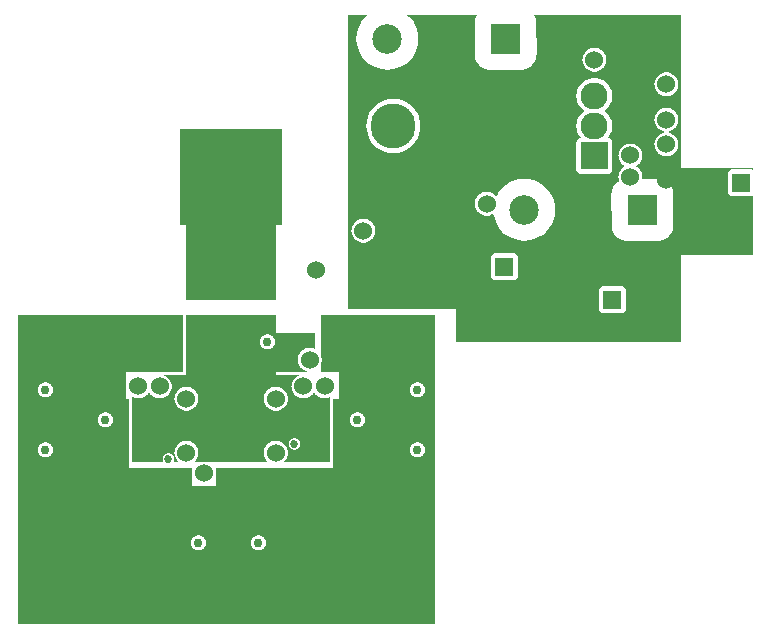
<source format=gbr>
G04 start of page 5 for group 3 idx 3 *
G04 Title: (unknown), Vee *
G04 Creator: pcb 20110918 *
G04 CreationDate: Wed 16 Apr 2014 03:02:33 AM GMT UTC *
G04 For: commonadmin *
G04 Format: Gerber/RS-274X *
G04 PCB-Dimensions: 300000 250000 *
G04 PCB-Coordinate-Origin: lower left *
%MOIN*%
%FSLAX25Y25*%
%LNBOTTOM*%
%ADD77C,0.1300*%
%ADD76C,0.0315*%
%ADD75C,0.0200*%
%ADD74C,0.0160*%
%ADD73C,0.0130*%
%ADD72C,0.0360*%
%ADD71C,0.0270*%
%ADD70C,0.0300*%
%ADD69C,0.0984*%
%ADD68C,0.1500*%
%ADD67C,0.0600*%
%ADD66C,0.0900*%
%ADD65C,0.0250*%
%ADD64C,0.0001*%
G54D64*G36*
X74000Y43000D02*X66996D01*
Y67493D01*
X67000Y67492D01*
X67392Y67523D01*
X67775Y67615D01*
X68138Y67766D01*
X68474Y67971D01*
X68773Y68227D01*
X69029Y68526D01*
X69234Y68862D01*
X69385Y69225D01*
X69477Y69608D01*
X69500Y70000D01*
X69477Y70392D01*
X69385Y70775D01*
X69234Y71138D01*
X69029Y71474D01*
X68773Y71773D01*
X68474Y72029D01*
X68138Y72234D01*
X67775Y72385D01*
X67392Y72477D01*
X67000Y72508D01*
X66996Y72507D01*
Y89000D01*
X74000D01*
Y43000D01*
G37*
G36*
X66996D02*X64000D01*
Y89000D01*
X66996D01*
Y72507D01*
X66608Y72477D01*
X66225Y72385D01*
X65862Y72234D01*
X65526Y72029D01*
X65227Y71773D01*
X64971Y71474D01*
X64766Y71138D01*
X64615Y70775D01*
X64523Y70392D01*
X64492Y70000D01*
X64523Y69608D01*
X64615Y69225D01*
X64766Y68862D01*
X64971Y68526D01*
X65227Y68227D01*
X65526Y67971D01*
X65862Y67766D01*
X66225Y67615D01*
X66608Y67523D01*
X66996Y67493D01*
Y43000D01*
G37*
G36*
X65000D02*X7000D01*
Y95000D01*
X65000D01*
Y93243D01*
X64988Y93086D01*
X65000Y92929D01*
Y71508D01*
X64971Y71474D01*
X64766Y71138D01*
X64615Y70775D01*
X64523Y70392D01*
X64492Y70000D01*
X64523Y69608D01*
X64615Y69225D01*
X64766Y68862D01*
X64971Y68526D01*
X65000Y68492D01*
Y43000D01*
G37*
G36*
X35996Y118000D02*X44000D01*
Y94000D01*
X35996D01*
Y108493D01*
X36000Y108492D01*
X36392Y108523D01*
X36775Y108615D01*
X37138Y108766D01*
X37474Y108971D01*
X37773Y109227D01*
X38029Y109526D01*
X38234Y109862D01*
X38385Y110225D01*
X38477Y110608D01*
X38500Y111000D01*
X38477Y111392D01*
X38385Y111775D01*
X38234Y112138D01*
X38029Y112474D01*
X37773Y112773D01*
X37474Y113029D01*
X37138Y113234D01*
X36775Y113385D01*
X36392Y113477D01*
X36000Y113508D01*
X35996Y113507D01*
Y118000D01*
G37*
G36*
X15996D02*X35996D01*
Y113507D01*
X35608Y113477D01*
X35225Y113385D01*
X34862Y113234D01*
X34526Y113029D01*
X34227Y112773D01*
X33971Y112474D01*
X33766Y112138D01*
X33615Y111775D01*
X33523Y111392D01*
X33492Y111000D01*
X33523Y110608D01*
X33615Y110225D01*
X33766Y109862D01*
X33971Y109526D01*
X34227Y109227D01*
X34526Y108971D01*
X34862Y108766D01*
X35225Y108615D01*
X35608Y108523D01*
X35996Y108493D01*
Y94000D01*
X15996D01*
Y98493D01*
X16000Y98492D01*
X16392Y98523D01*
X16775Y98615D01*
X17138Y98766D01*
X17474Y98971D01*
X17773Y99227D01*
X18029Y99526D01*
X18234Y99862D01*
X18385Y100225D01*
X18477Y100608D01*
X18500Y101000D01*
X18477Y101392D01*
X18385Y101775D01*
X18234Y102138D01*
X18029Y102474D01*
X17773Y102773D01*
X17474Y103029D01*
X17138Y103234D01*
X16775Y103385D01*
X16392Y103477D01*
X16000Y103508D01*
X15996Y103507D01*
Y118000D01*
G37*
G36*
X7000Y94000D02*Y118000D01*
X15996D01*
Y103507D01*
X15608Y103477D01*
X15225Y103385D01*
X14862Y103234D01*
X14526Y103029D01*
X14227Y102773D01*
X13971Y102474D01*
X13766Y102138D01*
X13615Y101775D01*
X13523Y101392D01*
X13492Y101000D01*
X13523Y100608D01*
X13615Y100225D01*
X13766Y99862D01*
X13971Y99526D01*
X14227Y99227D01*
X14526Y98971D01*
X14862Y98766D01*
X15225Y98615D01*
X15608Y98523D01*
X15996Y98493D01*
Y94000D01*
X7000D01*
G37*
G36*
X43000Y117000D02*X15996D01*
Y118493D01*
X16000Y118492D01*
X16392Y118523D01*
X16775Y118615D01*
X17138Y118766D01*
X17474Y118971D01*
X17773Y119227D01*
X18029Y119526D01*
X18234Y119862D01*
X18385Y120225D01*
X18477Y120608D01*
X18500Y121000D01*
X18477Y121392D01*
X18385Y121775D01*
X18234Y122138D01*
X18029Y122474D01*
X17773Y122773D01*
X17474Y123029D01*
X17138Y123234D01*
X16775Y123385D01*
X16392Y123477D01*
X16000Y123508D01*
X15996Y123507D01*
Y128000D01*
X43000D01*
Y122257D01*
X42988Y122100D01*
X43000Y121943D01*
Y117000D01*
G37*
G36*
X15996D02*X7000D01*
Y128000D01*
X15996D01*
Y123507D01*
X15608Y123477D01*
X15225Y123385D01*
X14862Y123234D01*
X14526Y123029D01*
X14227Y122773D01*
X13971Y122474D01*
X13766Y122138D01*
X13615Y121775D01*
X13523Y121392D01*
X13492Y121000D01*
X13523Y120608D01*
X13615Y120225D01*
X13766Y119862D01*
X13971Y119526D01*
X14227Y119227D01*
X14526Y118971D01*
X14862Y118766D01*
X15225Y118615D01*
X15608Y118523D01*
X15996Y118493D01*
Y117000D01*
G37*
G36*
X7000Y127000D02*Y146000D01*
X62000D01*
Y127000D01*
X7000D01*
G37*
G36*
X146000Y43000D02*X86996D01*
Y67493D01*
X87000Y67492D01*
X87392Y67523D01*
X87775Y67615D01*
X88138Y67766D01*
X88474Y67971D01*
X88773Y68227D01*
X89029Y68526D01*
X89234Y68862D01*
X89385Y69225D01*
X89477Y69608D01*
X89500Y70000D01*
X89477Y70392D01*
X89385Y70775D01*
X89234Y71138D01*
X89029Y71474D01*
X88773Y71773D01*
X88474Y72029D01*
X88138Y72234D01*
X87775Y72385D01*
X87392Y72477D01*
X87000Y72508D01*
X86996Y72507D01*
Y95000D01*
X146000D01*
Y43000D01*
G37*
G36*
X86996D02*X73000D01*
Y95000D01*
X86996D01*
Y72507D01*
X86608Y72477D01*
X86225Y72385D01*
X85862Y72234D01*
X85526Y72029D01*
X85227Y71773D01*
X84971Y71474D01*
X84766Y71138D01*
X84615Y70775D01*
X84523Y70392D01*
X84492Y70000D01*
X84523Y69608D01*
X84615Y69225D01*
X84766Y68862D01*
X84971Y68526D01*
X85227Y68227D01*
X85526Y67971D01*
X85862Y67766D01*
X86225Y67615D01*
X86608Y67523D01*
X86996Y67493D01*
Y43000D01*
G37*
G36*
X139996Y118000D02*X146000D01*
Y94000D01*
X139996D01*
Y98493D01*
X140000Y98492D01*
X140392Y98523D01*
X140775Y98615D01*
X141138Y98766D01*
X141474Y98971D01*
X141773Y99227D01*
X142029Y99526D01*
X142234Y99862D01*
X142385Y100225D01*
X142477Y100608D01*
X142500Y101000D01*
X142477Y101392D01*
X142385Y101775D01*
X142234Y102138D01*
X142029Y102474D01*
X141773Y102773D01*
X141474Y103029D01*
X141138Y103234D01*
X140775Y103385D01*
X140392Y103477D01*
X140000Y103508D01*
X139996Y103507D01*
Y118000D01*
G37*
G36*
X119996D02*X139996D01*
Y103507D01*
X139608Y103477D01*
X139225Y103385D01*
X138862Y103234D01*
X138526Y103029D01*
X138227Y102773D01*
X137971Y102474D01*
X137766Y102138D01*
X137615Y101775D01*
X137523Y101392D01*
X137492Y101000D01*
X137523Y100608D01*
X137615Y100225D01*
X137766Y99862D01*
X137971Y99526D01*
X138227Y99227D01*
X138526Y98971D01*
X138862Y98766D01*
X139225Y98615D01*
X139608Y98523D01*
X139996Y98493D01*
Y94000D01*
X119996D01*
Y108493D01*
X120000Y108492D01*
X120392Y108523D01*
X120775Y108615D01*
X121138Y108766D01*
X121474Y108971D01*
X121773Y109227D01*
X122029Y109526D01*
X122234Y109862D01*
X122385Y110225D01*
X122477Y110608D01*
X122500Y111000D01*
X122477Y111392D01*
X122385Y111775D01*
X122234Y112138D01*
X122029Y112474D01*
X121773Y112773D01*
X121474Y113029D01*
X121138Y113234D01*
X120775Y113385D01*
X120392Y113477D01*
X120000Y113508D01*
X119996Y113507D01*
Y118000D01*
G37*
G36*
X112000Y94000D02*Y118000D01*
X119996D01*
Y113507D01*
X119608Y113477D01*
X119225Y113385D01*
X118862Y113234D01*
X118526Y113029D01*
X118227Y112773D01*
X117971Y112474D01*
X117766Y112138D01*
X117615Y111775D01*
X117523Y111392D01*
X117492Y111000D01*
X117523Y110608D01*
X117615Y110225D01*
X117766Y109862D01*
X117971Y109526D01*
X118227Y109227D01*
X118526Y108971D01*
X118862Y108766D01*
X119225Y108615D01*
X119608Y108523D01*
X119996Y108493D01*
Y94000D01*
X112000D01*
G37*
G36*
X146000Y117000D02*X139996D01*
Y118493D01*
X140000Y118492D01*
X140392Y118523D01*
X140775Y118615D01*
X141138Y118766D01*
X141474Y118971D01*
X141773Y119227D01*
X142029Y119526D01*
X142234Y119862D01*
X142385Y120225D01*
X142477Y120608D01*
X142500Y121000D01*
X142477Y121392D01*
X142385Y121775D01*
X142234Y122138D01*
X142029Y122474D01*
X141773Y122773D01*
X141474Y123029D01*
X141138Y123234D01*
X140775Y123385D01*
X140392Y123477D01*
X140000Y123508D01*
X139996Y123507D01*
Y128000D01*
X146000D01*
Y117000D01*
G37*
G36*
X139996D02*X114000D01*
Y128000D01*
X139996D01*
Y123507D01*
X139608Y123477D01*
X139225Y123385D01*
X138862Y123234D01*
X138526Y123029D01*
X138227Y122773D01*
X137971Y122474D01*
X137766Y122138D01*
X137615Y121775D01*
X137523Y121392D01*
X137492Y121000D01*
X137523Y120608D01*
X137615Y120225D01*
X137766Y119862D01*
X137971Y119526D01*
X138227Y119227D01*
X138526Y118971D01*
X138862Y118766D01*
X139225Y118615D01*
X139608Y118523D01*
X139996Y118493D01*
Y117000D01*
G37*
G36*
X146000Y127000D02*X108000D01*
Y130168D01*
X108049Y130372D01*
X108086Y131000D01*
X108049Y131628D01*
X108000Y131832D01*
Y146000D01*
X146000D01*
Y127000D01*
G37*
G36*
X222994Y246000D02*X228000D01*
Y148000D01*
X222994D01*
Y171614D01*
X223112Y171686D01*
X223760Y172240D01*
X224314Y172888D01*
X224759Y173614D01*
X225085Y174401D01*
X225284Y175230D01*
X225334Y176079D01*
X225284Y186770D01*
X225085Y187599D01*
X224759Y188386D01*
X224314Y189112D01*
X223760Y189760D01*
X223112Y190314D01*
X222994Y190386D01*
Y198798D01*
X223000Y198798D01*
X223628Y198847D01*
X224240Y198994D01*
X224822Y199235D01*
X225358Y199564D01*
X225837Y199973D01*
X226246Y200452D01*
X226575Y200988D01*
X226816Y201570D01*
X226963Y202182D01*
X227000Y202810D01*
X226963Y203438D01*
X226816Y204050D01*
X226575Y204632D01*
X226246Y205168D01*
X225837Y205647D01*
X225358Y206056D01*
X224822Y206385D01*
X224240Y206626D01*
X223628Y206773D01*
X223000Y206822D01*
X222994Y206822D01*
Y206988D01*
X223000Y206988D01*
X223628Y207037D01*
X224240Y207184D01*
X224822Y207425D01*
X225358Y207754D01*
X225837Y208163D01*
X226246Y208642D01*
X226575Y209178D01*
X226816Y209760D01*
X226963Y210372D01*
X227000Y211000D01*
X226963Y211628D01*
X226816Y212240D01*
X226575Y212822D01*
X226246Y213358D01*
X225837Y213837D01*
X225358Y214246D01*
X224822Y214575D01*
X224240Y214816D01*
X223628Y214963D01*
X223000Y215012D01*
X222994Y215012D01*
Y218798D01*
X223000Y218798D01*
X223628Y218847D01*
X224240Y218994D01*
X224822Y219235D01*
X225358Y219564D01*
X225837Y219973D01*
X226246Y220452D01*
X226575Y220988D01*
X226816Y221570D01*
X226963Y222182D01*
X227000Y222810D01*
X226963Y223438D01*
X226816Y224050D01*
X226575Y224632D01*
X226246Y225168D01*
X225837Y225647D01*
X225358Y226056D01*
X224822Y226385D01*
X224240Y226626D01*
X223628Y226773D01*
X223000Y226822D01*
X222994Y226822D01*
Y246000D01*
G37*
G36*
X198994D02*X222994D01*
Y226822D01*
X222372Y226773D01*
X221760Y226626D01*
X221178Y226385D01*
X220642Y226056D01*
X220163Y225647D01*
X219754Y225168D01*
X219425Y224632D01*
X219184Y224050D01*
X219037Y223438D01*
X218988Y222810D01*
X219037Y222182D01*
X219184Y221570D01*
X219425Y220988D01*
X219754Y220452D01*
X220163Y219973D01*
X220642Y219564D01*
X221178Y219235D01*
X221760Y218994D01*
X222372Y218847D01*
X222994Y218798D01*
Y215012D01*
X222372Y214963D01*
X221760Y214816D01*
X221178Y214575D01*
X220642Y214246D01*
X220163Y213837D01*
X219754Y213358D01*
X219425Y212822D01*
X219184Y212240D01*
X219037Y211628D01*
X218988Y211000D01*
X219037Y210372D01*
X219184Y209760D01*
X219425Y209178D01*
X219754Y208642D01*
X220163Y208163D01*
X220642Y207754D01*
X221178Y207425D01*
X221760Y207184D01*
X222372Y207037D01*
X222994Y206988D01*
Y206822D01*
X222372Y206773D01*
X221760Y206626D01*
X221178Y206385D01*
X220642Y206056D01*
X220163Y205647D01*
X219754Y205168D01*
X219425Y204632D01*
X219184Y204050D01*
X219037Y203438D01*
X218988Y202810D01*
X219037Y202182D01*
X219184Y201570D01*
X219425Y200988D01*
X219754Y200452D01*
X220163Y199973D01*
X220642Y199564D01*
X221178Y199235D01*
X221760Y198994D01*
X222372Y198847D01*
X222994Y198798D01*
Y190386D01*
X222386Y190759D01*
X221599Y191085D01*
X220770Y191284D01*
X219921Y191334D01*
X214948Y191311D01*
X214963Y191372D01*
X215000Y192000D01*
X214963Y192628D01*
X214816Y193240D01*
X214575Y193822D01*
X214246Y194358D01*
X213837Y194837D01*
X213358Y195246D01*
X212874Y195543D01*
X213358Y195840D01*
X213837Y196249D01*
X214246Y196728D01*
X214575Y197264D01*
X214816Y197846D01*
X214963Y198458D01*
X215000Y199086D01*
X214963Y199714D01*
X214816Y200326D01*
X214575Y200908D01*
X214246Y201444D01*
X213837Y201923D01*
X213358Y202332D01*
X212822Y202661D01*
X212240Y202902D01*
X211628Y203049D01*
X211000Y203098D01*
X210372Y203049D01*
X209760Y202902D01*
X209178Y202661D01*
X208642Y202332D01*
X208163Y201923D01*
X207754Y201444D01*
X207425Y200908D01*
X207184Y200326D01*
X207037Y199714D01*
X206988Y199086D01*
X207037Y198458D01*
X207184Y197846D01*
X207425Y197264D01*
X207754Y196728D01*
X208163Y196249D01*
X208642Y195840D01*
X209126Y195543D01*
X208642Y195246D01*
X208163Y194837D01*
X207754Y194358D01*
X207425Y193822D01*
X207184Y193240D01*
X207037Y192628D01*
X206988Y192000D01*
X207037Y191372D01*
X207184Y190760D01*
X207271Y190549D01*
X206888Y190314D01*
X206240Y189760D01*
X205686Y189112D01*
X205241Y188386D01*
X204915Y187599D01*
X204716Y186770D01*
X204666Y185921D01*
X204716Y175230D01*
X204915Y174401D01*
X205241Y173614D01*
X205686Y172888D01*
X206240Y172240D01*
X206888Y171686D01*
X207614Y171241D01*
X208401Y170915D01*
X209230Y170716D01*
X210079Y170666D01*
X220770Y170716D01*
X221599Y170915D01*
X222386Y171241D01*
X222994Y171614D01*
Y148000D01*
X209500D01*
X209486Y154235D01*
X209431Y154465D01*
X209341Y154683D01*
X209217Y154884D01*
X209064Y155064D01*
X208884Y155217D01*
X208683Y155341D01*
X208465Y155431D01*
X208235Y155486D01*
X208000Y155500D01*
X201765Y155486D01*
X201535Y155431D01*
X201317Y155341D01*
X201116Y155217D01*
X200936Y155064D01*
X200783Y154884D01*
X200659Y154683D01*
X200569Y154465D01*
X200514Y154235D01*
X200500Y154000D01*
X200513Y148000D01*
X198994D01*
Y193007D01*
X203735Y193014D01*
X203965Y193069D01*
X204183Y193159D01*
X204384Y193283D01*
X204564Y193436D01*
X204717Y193616D01*
X204841Y193817D01*
X204931Y194035D01*
X204986Y194265D01*
X205000Y194500D01*
X204986Y203735D01*
X204931Y203965D01*
X204841Y204183D01*
X204717Y204384D01*
X204564Y204564D01*
X204384Y204717D01*
X204183Y204841D01*
X203965Y204931D01*
X203735Y204986D01*
X203500Y205000D01*
X203474Y205000D01*
X203869Y205462D01*
X204363Y206268D01*
X204724Y207140D01*
X204944Y208058D01*
X205000Y209000D01*
X204944Y209942D01*
X204724Y210860D01*
X204363Y211732D01*
X203869Y212538D01*
X203256Y213256D01*
X202538Y213869D01*
X202324Y214000D01*
X202538Y214131D01*
X203256Y214744D01*
X203869Y215462D01*
X204363Y216268D01*
X204724Y217140D01*
X204944Y218058D01*
X205000Y219000D01*
X204944Y219942D01*
X204724Y220860D01*
X204363Y221732D01*
X203869Y222538D01*
X203256Y223256D01*
X202538Y223869D01*
X201732Y224363D01*
X200860Y224724D01*
X199942Y224944D01*
X199000Y225019D01*
X198994Y225018D01*
Y226988D01*
X199000Y226988D01*
X199628Y227037D01*
X200240Y227184D01*
X200822Y227425D01*
X201358Y227754D01*
X201837Y228163D01*
X202246Y228642D01*
X202575Y229178D01*
X202816Y229760D01*
X202963Y230372D01*
X203000Y231000D01*
X202963Y231628D01*
X202816Y232240D01*
X202575Y232822D01*
X202246Y233358D01*
X201837Y233837D01*
X201358Y234246D01*
X200822Y234575D01*
X200240Y234816D01*
X199628Y234963D01*
X199000Y235012D01*
X198994Y235012D01*
Y246000D01*
G37*
G36*
X169000Y227687D02*X175140Y227716D01*
X175969Y227915D01*
X176756Y228241D01*
X177482Y228686D01*
X178130Y229240D01*
X178684Y229888D01*
X179129Y230614D01*
X179455Y231401D01*
X179654Y232230D01*
X179704Y233079D01*
X179654Y243770D01*
X179455Y244599D01*
X179129Y245386D01*
X178753Y246000D01*
X198994D01*
Y235012D01*
X198372Y234963D01*
X197760Y234816D01*
X197178Y234575D01*
X196642Y234246D01*
X196163Y233837D01*
X195754Y233358D01*
X195425Y232822D01*
X195184Y232240D01*
X195037Y231628D01*
X194988Y231000D01*
X195037Y230372D01*
X195184Y229760D01*
X195425Y229178D01*
X195754Y228642D01*
X196163Y228163D01*
X196642Y227754D01*
X197178Y227425D01*
X197760Y227184D01*
X198372Y227037D01*
X198994Y226988D01*
Y225018D01*
X198058Y224944D01*
X197140Y224724D01*
X196268Y224363D01*
X195462Y223869D01*
X194744Y223256D01*
X194131Y222538D01*
X193637Y221732D01*
X193276Y220860D01*
X193056Y219942D01*
X192981Y219000D01*
X193056Y218058D01*
X193276Y217140D01*
X193637Y216268D01*
X194131Y215462D01*
X194744Y214744D01*
X195462Y214131D01*
X195676Y214000D01*
X195462Y213869D01*
X194744Y213256D01*
X194131Y212538D01*
X193637Y211732D01*
X193276Y210860D01*
X193056Y209942D01*
X192981Y209000D01*
X193056Y208058D01*
X193276Y207140D01*
X193637Y206268D01*
X194131Y205462D01*
X194537Y204987D01*
X194265Y204986D01*
X194035Y204931D01*
X193817Y204841D01*
X193616Y204717D01*
X193436Y204564D01*
X193283Y204384D01*
X193159Y204183D01*
X193069Y203965D01*
X193014Y203735D01*
X193000Y203500D01*
X193014Y194265D01*
X193069Y194035D01*
X193159Y193817D01*
X193283Y193616D01*
X193436Y193436D01*
X193616Y193283D01*
X193817Y193159D01*
X194035Y193069D01*
X194265Y193014D01*
X194500Y193000D01*
X198994Y193007D01*
Y148000D01*
X169000D01*
Y157507D01*
X172235Y157514D01*
X172465Y157569D01*
X172683Y157659D01*
X172884Y157783D01*
X173064Y157936D01*
X173217Y158116D01*
X173341Y158317D01*
X173431Y158535D01*
X173486Y158765D01*
X173500Y159000D01*
X173486Y165235D01*
X173431Y165465D01*
X173341Y165683D01*
X173217Y165884D01*
X173064Y166064D01*
X172884Y166217D01*
X172683Y166341D01*
X172465Y166431D01*
X172235Y166486D01*
X172000Y166500D01*
X169000Y166493D01*
Y173073D01*
X169537Y172614D01*
X170924Y171764D01*
X172427Y171141D01*
X174008Y170762D01*
X175630Y170634D01*
X177252Y170762D01*
X178833Y171141D01*
X180336Y171764D01*
X181723Y172614D01*
X182960Y173670D01*
X184016Y174907D01*
X184866Y176294D01*
X185489Y177797D01*
X185868Y179378D01*
X185964Y181000D01*
X185868Y182622D01*
X185489Y184203D01*
X184866Y185706D01*
X184016Y187093D01*
X182960Y188330D01*
X181723Y189386D01*
X180336Y190236D01*
X178833Y190859D01*
X177252Y191238D01*
X175630Y191366D01*
X174008Y191238D01*
X172427Y190859D01*
X170924Y190236D01*
X169537Y189386D01*
X169000Y188927D01*
Y227687D01*
G37*
G36*
X131986Y227849D02*X133203Y228141D01*
X134706Y228764D01*
X136093Y229614D01*
X137330Y230670D01*
X138386Y231907D01*
X139236Y233294D01*
X139859Y234797D01*
X140238Y236378D01*
X140334Y238000D01*
X140238Y239622D01*
X139859Y241203D01*
X139236Y242706D01*
X138386Y244093D01*
X137330Y245330D01*
X136545Y246000D01*
X159987D01*
X159611Y245386D01*
X159285Y244599D01*
X159086Y243770D01*
X159036Y242921D01*
X159086Y232230D01*
X159285Y231401D01*
X159611Y230614D01*
X160056Y229888D01*
X160610Y229240D01*
X161258Y228686D01*
X161984Y228241D01*
X162771Y227915D01*
X163600Y227716D01*
X164449Y227666D01*
X169000Y227687D01*
Y188927D01*
X168300Y188330D01*
X167244Y187093D01*
X166394Y185706D01*
X166277Y185423D01*
X165923Y185837D01*
X165444Y186246D01*
X164908Y186575D01*
X164326Y186816D01*
X163714Y186963D01*
X163086Y187012D01*
X162458Y186963D01*
X161846Y186816D01*
X161264Y186575D01*
X160728Y186246D01*
X160249Y185837D01*
X159840Y185358D01*
X159511Y184822D01*
X159270Y184240D01*
X159123Y183628D01*
X159074Y183000D01*
X159123Y182372D01*
X159270Y181760D01*
X159511Y181178D01*
X159840Y180642D01*
X160249Y180163D01*
X160728Y179754D01*
X161264Y179425D01*
X161846Y179184D01*
X162458Y179037D01*
X163086Y178988D01*
X163714Y179037D01*
X164326Y179184D01*
X164908Y179425D01*
X165366Y179706D01*
X165392Y179378D01*
X165771Y177797D01*
X166394Y176294D01*
X167244Y174907D01*
X168300Y173670D01*
X169000Y173073D01*
Y166493D01*
X165765Y166486D01*
X165535Y166431D01*
X165317Y166341D01*
X165116Y166217D01*
X164936Y166064D01*
X164783Y165884D01*
X164659Y165683D01*
X164569Y165465D01*
X164514Y165235D01*
X164500Y165000D01*
X164514Y158765D01*
X164569Y158535D01*
X164659Y158317D01*
X164783Y158116D01*
X164936Y157936D01*
X165116Y157783D01*
X165317Y157659D01*
X165535Y157569D01*
X165765Y157514D01*
X166000Y157500D01*
X169000Y157507D01*
Y148000D01*
X131986D01*
Y199973D01*
X132000Y199972D01*
X133412Y200083D01*
X134790Y200414D01*
X136099Y200956D01*
X137306Y201696D01*
X138384Y202616D01*
X139304Y203694D01*
X140044Y204901D01*
X140586Y206210D01*
X140917Y207588D01*
X141000Y209000D01*
X140917Y210412D01*
X140586Y211790D01*
X140044Y213099D01*
X139304Y214306D01*
X138384Y215384D01*
X137306Y216304D01*
X136099Y217044D01*
X134790Y217586D01*
X133412Y217917D01*
X132000Y218028D01*
X131986Y218027D01*
Y227849D01*
G37*
G36*
X121994Y231462D02*X122670Y230670D01*
X123907Y229614D01*
X125294Y228764D01*
X126797Y228141D01*
X128378Y227762D01*
X130000Y227634D01*
X131622Y227762D01*
X131986Y227849D01*
Y218027D01*
X130588Y217917D01*
X129210Y217586D01*
X127901Y217044D01*
X126694Y216304D01*
X125616Y215384D01*
X124696Y214306D01*
X123956Y213099D01*
X123414Y211790D01*
X123083Y210412D01*
X122972Y209000D01*
X123083Y207588D01*
X123414Y206210D01*
X123956Y204901D01*
X124696Y203694D01*
X125616Y202616D01*
X126694Y201696D01*
X127901Y200956D01*
X129210Y200414D01*
X130588Y200083D01*
X131986Y199973D01*
Y148000D01*
X121994D01*
Y169988D01*
X122000Y169988D01*
X122628Y170037D01*
X123240Y170184D01*
X123822Y170425D01*
X124358Y170754D01*
X124837Y171163D01*
X125246Y171642D01*
X125575Y172178D01*
X125816Y172760D01*
X125963Y173372D01*
X126000Y174000D01*
X125963Y174628D01*
X125816Y175240D01*
X125575Y175822D01*
X125246Y176358D01*
X124837Y176837D01*
X124358Y177246D01*
X123822Y177575D01*
X123240Y177816D01*
X122628Y177963D01*
X122000Y178012D01*
X121994Y178012D01*
Y231462D01*
G37*
G36*
Y246000D02*X123455D01*
X122670Y245330D01*
X121994Y244538D01*
Y246000D01*
G37*
G36*
X117000D02*X121994D01*
Y244538D01*
X121614Y244093D01*
X120764Y242706D01*
X120141Y241203D01*
X119762Y239622D01*
X119634Y238000D01*
X119762Y236378D01*
X120141Y234797D01*
X120764Y233294D01*
X121614Y231907D01*
X121994Y231462D01*
Y178012D01*
X121372Y177963D01*
X120760Y177816D01*
X120178Y177575D01*
X119642Y177246D01*
X119163Y176837D01*
X118754Y176358D01*
X118425Y175822D01*
X118184Y175240D01*
X118037Y174628D01*
X117988Y174000D01*
X118037Y173372D01*
X118184Y172760D01*
X118425Y172178D01*
X118754Y171642D01*
X119163Y171163D01*
X119642Y170754D01*
X120178Y170425D01*
X120760Y170184D01*
X121372Y170037D01*
X121994Y169988D01*
Y148000D01*
X117000D01*
Y246000D01*
G37*
G36*
X252000Y166000D02*X226000D01*
Y195000D01*
X252000D01*
Y194119D01*
X251884Y194217D01*
X251683Y194341D01*
X251465Y194431D01*
X251235Y194486D01*
X251000Y194500D01*
X244765Y194486D01*
X244535Y194431D01*
X244317Y194341D01*
X244116Y194217D01*
X243936Y194064D01*
X243783Y193884D01*
X243659Y193683D01*
X243569Y193465D01*
X243514Y193235D01*
X243500Y193000D01*
X243514Y186765D01*
X243569Y186535D01*
X243659Y186317D01*
X243783Y186116D01*
X243936Y185936D01*
X244116Y185783D01*
X244317Y185659D01*
X244535Y185569D01*
X244765Y185514D01*
X245000Y185500D01*
X251235Y185514D01*
X251465Y185569D01*
X251683Y185659D01*
X251884Y185783D01*
X252000Y185881D01*
Y166000D01*
G37*
G36*
X153000Y149000D02*X200511D01*
X200514Y147765D01*
X200569Y147535D01*
X200659Y147317D01*
X200783Y147116D01*
X200936Y146936D01*
X201116Y146783D01*
X201317Y146659D01*
X201535Y146569D01*
X201765Y146514D01*
X202000Y146500D01*
X208235Y146514D01*
X208465Y146569D01*
X208683Y146659D01*
X208884Y146783D01*
X209064Y146936D01*
X209217Y147116D01*
X209341Y147317D01*
X209431Y147535D01*
X209486Y147765D01*
X209500Y148000D01*
X209498Y149000D01*
X228000D01*
Y137000D01*
X153000D01*
Y149000D01*
G37*
G36*
X98997Y126000D02*X101110D01*
X100760Y125916D01*
X100178Y125675D01*
X99642Y125346D01*
X99163Y124937D01*
X98997Y124743D01*
Y126000D01*
G37*
G36*
X111000Y97000D02*X98997D01*
Y101044D01*
X99000Y101044D01*
X99306Y101068D01*
X99604Y101140D01*
X99888Y101257D01*
X100150Y101418D01*
X100383Y101617D01*
X100582Y101850D01*
X100743Y102112D01*
X100860Y102396D01*
X100932Y102694D01*
X100950Y103000D01*
X100932Y103306D01*
X100860Y103604D01*
X100743Y103888D01*
X100582Y104150D01*
X100383Y104383D01*
X100150Y104582D01*
X99888Y104743D01*
X99604Y104860D01*
X99306Y104932D01*
X99000Y104956D01*
X98997Y104956D01*
Y119457D01*
X99163Y119263D01*
X99642Y118854D01*
X100178Y118525D01*
X100760Y118284D01*
X101372Y118137D01*
X102000Y118088D01*
X102628Y118137D01*
X103240Y118284D01*
X103822Y118525D01*
X104358Y118854D01*
X104837Y119263D01*
X105246Y119742D01*
X105543Y120226D01*
X105840Y119742D01*
X106249Y119263D01*
X106728Y118854D01*
X107264Y118525D01*
X107846Y118284D01*
X108458Y118137D01*
X109086Y118088D01*
X109714Y118137D01*
X110326Y118284D01*
X110908Y118525D01*
X111000Y118582D01*
Y97000D01*
G37*
G36*
X98997D02*X95456D01*
X95647Y97163D01*
X96056Y97642D01*
X96385Y98178D01*
X96626Y98760D01*
X96773Y99372D01*
X96810Y100000D01*
X96773Y100628D01*
X96626Y101240D01*
X96385Y101822D01*
X96056Y102358D01*
X95647Y102837D01*
X95168Y103246D01*
X94632Y103575D01*
X94050Y103816D01*
X93438Y103963D01*
X92810Y104012D01*
X92804Y104012D01*
Y113988D01*
X92810Y113988D01*
X93438Y114037D01*
X94050Y114184D01*
X94632Y114425D01*
X95168Y114754D01*
X95647Y115163D01*
X96056Y115642D01*
X96385Y116178D01*
X96626Y116760D01*
X96773Y117372D01*
X96810Y118000D01*
X96773Y118628D01*
X96626Y119240D01*
X96385Y119822D01*
X96056Y120358D01*
X95647Y120837D01*
X95168Y121246D01*
X94632Y121575D01*
X94050Y121816D01*
X93438Y121963D01*
X92810Y122012D01*
X92804Y122012D01*
Y126000D01*
X98997D01*
Y124743D01*
X98754Y124458D01*
X98425Y123922D01*
X98184Y123340D01*
X98037Y122728D01*
X97988Y122100D01*
X98037Y121472D01*
X98184Y120860D01*
X98425Y120278D01*
X98754Y119742D01*
X98997Y119457D01*
Y104956D01*
X98694Y104932D01*
X98396Y104860D01*
X98112Y104743D01*
X97850Y104582D01*
X97617Y104383D01*
X97418Y104150D01*
X97257Y103888D01*
X97140Y103604D01*
X97068Y103306D01*
X97044Y103000D01*
X97068Y102694D01*
X97140Y102396D01*
X97257Y102112D01*
X97418Y101850D01*
X97617Y101617D01*
X97850Y101418D01*
X98112Y101257D01*
X98396Y101140D01*
X98694Y101068D01*
X98997Y101044D01*
Y97000D01*
G37*
G36*
X92804Y104012D02*X92182Y103963D01*
X91570Y103816D01*
X90988Y103575D01*
X90452Y103246D01*
X89973Y102837D01*
X89564Y102358D01*
X89235Y101822D01*
X88994Y101240D01*
X88847Y100628D01*
X88798Y100000D01*
X88847Y99372D01*
X88994Y98760D01*
X89235Y98178D01*
X89564Y97642D01*
X89973Y97163D01*
X90164Y97000D01*
X69832D01*
X69628Y97049D01*
X69000Y97098D01*
X68372Y97049D01*
X68168Y97000D01*
X65646D01*
X65837Y97163D01*
X66246Y97642D01*
X66575Y98178D01*
X66816Y98760D01*
X66963Y99372D01*
X67000Y100000D01*
X66963Y100628D01*
X66816Y101240D01*
X66575Y101822D01*
X66246Y102358D01*
X65837Y102837D01*
X65358Y103246D01*
X64822Y103575D01*
X64240Y103816D01*
X63628Y103963D01*
X63000Y104012D01*
X62994Y104012D01*
Y113988D01*
X63000Y113988D01*
X63628Y114037D01*
X64240Y114184D01*
X64822Y114425D01*
X65358Y114754D01*
X65837Y115163D01*
X66246Y115642D01*
X66575Y116178D01*
X66816Y116760D01*
X66963Y117372D01*
X67000Y118000D01*
X66963Y118628D01*
X66816Y119240D01*
X66575Y119822D01*
X66246Y120358D01*
X65837Y120837D01*
X65358Y121246D01*
X64822Y121575D01*
X64240Y121816D01*
X63628Y121963D01*
X63000Y122012D01*
X62994Y122012D01*
Y126000D01*
X92804D01*
Y122012D01*
X92182Y121963D01*
X91570Y121816D01*
X90988Y121575D01*
X90452Y121246D01*
X89973Y120837D01*
X89564Y120358D01*
X89235Y119822D01*
X88994Y119240D01*
X88847Y118628D01*
X88798Y118000D01*
X88847Y117372D01*
X88994Y116760D01*
X89235Y116178D01*
X89564Y115642D01*
X89973Y115163D01*
X90452Y114754D01*
X90988Y114425D01*
X91570Y114184D01*
X92182Y114037D01*
X92804Y113988D01*
Y104012D01*
G37*
G36*
X62994D02*X62372Y103963D01*
X61760Y103816D01*
X61178Y103575D01*
X60642Y103246D01*
X60163Y102837D01*
X59754Y102358D01*
X59425Y101822D01*
X59184Y101240D01*
X59037Y100628D01*
X58988Y100000D01*
X59037Y99372D01*
X59184Y98760D01*
X59425Y98178D01*
X59754Y97642D01*
X60163Y97163D01*
X60354Y97000D01*
X58674D01*
X58743Y97112D01*
X58860Y97396D01*
X58932Y97694D01*
X58950Y98000D01*
X58932Y98306D01*
X58860Y98604D01*
X58743Y98888D01*
X58582Y99150D01*
X58383Y99383D01*
X58150Y99582D01*
X57888Y99743D01*
X57604Y99860D01*
X57306Y99932D01*
X57000Y99956D01*
X56694Y99932D01*
X56396Y99860D01*
X56112Y99743D01*
X55850Y99582D01*
X55617Y99383D01*
X55418Y99150D01*
X55257Y98888D01*
X55140Y98604D01*
X55068Y98306D01*
X55044Y98000D01*
X55068Y97694D01*
X55140Y97396D01*
X55257Y97112D01*
X55326Y97000D01*
X45000D01*
Y118634D01*
X45178Y118525D01*
X45760Y118284D01*
X46372Y118137D01*
X47000Y118088D01*
X47628Y118137D01*
X48240Y118284D01*
X48822Y118525D01*
X49358Y118854D01*
X49837Y119263D01*
X50246Y119742D01*
X50543Y120226D01*
X50840Y119742D01*
X51249Y119263D01*
X51728Y118854D01*
X52264Y118525D01*
X52846Y118284D01*
X53458Y118137D01*
X54086Y118088D01*
X54714Y118137D01*
X55326Y118284D01*
X55908Y118525D01*
X56444Y118854D01*
X56923Y119263D01*
X57332Y119742D01*
X57661Y120278D01*
X57902Y120860D01*
X58049Y121472D01*
X58086Y122100D01*
X58049Y122728D01*
X57902Y123340D01*
X57661Y123922D01*
X57332Y124458D01*
X56923Y124937D01*
X56444Y125346D01*
X55908Y125675D01*
X55326Y125916D01*
X54976Y126000D01*
X62994D01*
Y122012D01*
X62372Y121963D01*
X61760Y121816D01*
X61178Y121575D01*
X60642Y121246D01*
X60163Y120837D01*
X59754Y120358D01*
X59425Y119822D01*
X59184Y119240D01*
X59037Y118628D01*
X58988Y118000D01*
X59037Y117372D01*
X59184Y116760D01*
X59425Y116178D01*
X59754Y115642D01*
X60163Y115163D01*
X60642Y114754D01*
X61178Y114425D01*
X61760Y114184D01*
X62372Y114037D01*
X62994Y113988D01*
Y104012D01*
G37*
G36*
X93000Y125000D02*X89996D01*
Y134493D01*
X90000Y134492D01*
X90392Y134523D01*
X90775Y134615D01*
X91138Y134766D01*
X91474Y134971D01*
X91773Y135227D01*
X92029Y135526D01*
X92234Y135862D01*
X92385Y136225D01*
X92477Y136608D01*
X92500Y137000D01*
X92477Y137392D01*
X92385Y137775D01*
X92234Y138138D01*
X92029Y138474D01*
X91773Y138773D01*
X91474Y139029D01*
X91138Y139234D01*
X90775Y139385D01*
X90392Y139477D01*
X90000Y139508D01*
X89996Y139507D01*
Y146000D01*
X93000D01*
Y125000D01*
G37*
G36*
X89996D02*X63000D01*
Y146000D01*
X89996D01*
Y139507D01*
X89608Y139477D01*
X89225Y139385D01*
X88862Y139234D01*
X88526Y139029D01*
X88227Y138773D01*
X87971Y138474D01*
X87766Y138138D01*
X87615Y137775D01*
X87523Y137392D01*
X87492Y137000D01*
X87523Y136608D01*
X87615Y136225D01*
X87766Y135862D01*
X87971Y135526D01*
X88227Y135227D01*
X88526Y134971D01*
X88862Y134766D01*
X89225Y134615D01*
X89608Y134523D01*
X89996Y134493D01*
Y125000D01*
G37*
G36*
X92000Y127000D02*Y135492D01*
X92029Y135526D01*
X92234Y135862D01*
X92385Y136225D01*
X92477Y136608D01*
X92500Y137000D01*
X92477Y137392D01*
X92385Y137775D01*
X92234Y138138D01*
X92029Y138474D01*
X92000Y138508D01*
Y140000D01*
X106000D01*
Y134518D01*
X105908Y134575D01*
X105326Y134816D01*
X104714Y134963D01*
X104086Y135012D01*
X103458Y134963D01*
X102846Y134816D01*
X102264Y134575D01*
X101728Y134246D01*
X101249Y133837D01*
X100840Y133358D01*
X100511Y132822D01*
X100270Y132240D01*
X100123Y131628D01*
X100074Y131000D01*
X100123Y130372D01*
X100270Y129760D01*
X100511Y129178D01*
X100840Y128642D01*
X101249Y128163D01*
X101728Y127754D01*
X102264Y127425D01*
X102846Y127184D01*
X103458Y127037D01*
X103929Y127000D01*
X92000D01*
G37*
G36*
X93000Y151000D02*X63000D01*
Y177000D01*
X93000D01*
Y151000D01*
G37*
G36*
X95000Y176000D02*X61000D01*
Y208000D01*
X95000D01*
Y176000D01*
G37*
G54D65*X97000Y131000D02*X91000D01*
G54D64*G36*
X194500Y203500D02*Y194500D01*
X203500D01*
Y203500D01*
X194500D01*
G37*
G54D66*X199000Y209000D03*
Y219000D03*
G54D64*G36*
X210079Y185921D02*Y176079D01*
X219921D01*
Y185921D01*
X210079D01*
G37*
G36*
X166000Y165000D02*Y159000D01*
X172000D01*
Y165000D01*
X166000D01*
G37*
G54D67*X169000Y142000D03*
G54D68*X132000Y209000D03*
G54D69*X175630Y181000D03*
G54D64*G36*
X202000Y154000D02*Y148000D01*
X208000D01*
Y154000D01*
X202000D01*
G37*
G54D67*X225000Y151000D03*
G54D64*G36*
X245000Y193000D02*Y187000D01*
X251000D01*
Y193000D01*
X245000D01*
G37*
G54D67*X248000Y170000D03*
G54D64*G36*
X164449Y242921D02*Y233079D01*
X174291D01*
Y242921D01*
X164449D01*
G37*
G54D69*X130000Y238000D03*
G54D67*X92810Y100000D03*
Y118000D03*
X97000Y131000D03*
G54D70*X90000D03*
Y137000D03*
G54D67*X102000Y122100D03*
X106086Y161000D03*
X122000Y174000D03*
X104086Y131000D03*
X142000Y154000D03*
X109086Y122100D03*
G54D70*X140000Y121000D03*
G54D71*X99000Y103000D03*
G54D70*X120000Y111000D03*
X140000Y101000D03*
G54D67*X63000Y118000D03*
X72000Y140000D03*
X69000Y93086D03*
G54D70*X16000Y101000D03*
Y121000D03*
X36000Y111000D03*
G54D67*X63000Y100000D03*
X47000Y122100D03*
X54086D03*
G54D71*X57000Y98000D03*
G54D67*X77000Y70000D03*
G54D72*Y82000D03*
G54D67*X69000Y86000D03*
X68000Y203000D03*
G54D70*X67000Y70000D03*
X87000D03*
G54D67*X156000Y183000D03*
X211000Y199086D03*
Y192000D03*
X163086Y183000D03*
X223000Y191000D03*
X199000Y231000D03*
X206086D03*
X223000Y202810D03*
Y211000D03*
Y222810D03*
G54D73*G54D74*G54D73*G54D74*G54D73*G54D74*G54D73*G54D74*G54D73*G54D75*G54D73*G54D74*G54D73*G54D67*G54D76*G54D70*G54D77*G54D76*G54D70*G54D76*M02*

</source>
